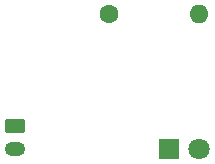
<source format=gbr>
%TF.GenerationSoftware,KiCad,Pcbnew,8.0.8*%
%TF.CreationDate,2025-02-18T20:07:35-06:00*%
%TF.ProjectId,Lab5,4c616235-2e6b-4696-9361-645f70636258,rev?*%
%TF.SameCoordinates,Original*%
%TF.FileFunction,Soldermask,Bot*%
%TF.FilePolarity,Negative*%
%FSLAX46Y46*%
G04 Gerber Fmt 4.6, Leading zero omitted, Abs format (unit mm)*
G04 Created by KiCad (PCBNEW 8.0.8) date 2025-02-18 20:07:35*
%MOMM*%
%LPD*%
G01*
G04 APERTURE LIST*
G04 Aperture macros list*
%AMRoundRect*
0 Rectangle with rounded corners*
0 $1 Rounding radius*
0 $2 $3 $4 $5 $6 $7 $8 $9 X,Y pos of 4 corners*
0 Add a 4 corners polygon primitive as box body*
4,1,4,$2,$3,$4,$5,$6,$7,$8,$9,$2,$3,0*
0 Add four circle primitives for the rounded corners*
1,1,$1+$1,$2,$3*
1,1,$1+$1,$4,$5*
1,1,$1+$1,$6,$7*
1,1,$1+$1,$8,$9*
0 Add four rect primitives between the rounded corners*
20,1,$1+$1,$2,$3,$4,$5,0*
20,1,$1+$1,$4,$5,$6,$7,0*
20,1,$1+$1,$6,$7,$8,$9,0*
20,1,$1+$1,$8,$9,$2,$3,0*%
G04 Aperture macros list end*
%ADD10C,1.600000*%
%ADD11O,1.600000X1.600000*%
%ADD12RoundRect,0.250000X-0.625000X0.350000X-0.625000X-0.350000X0.625000X-0.350000X0.625000X0.350000X0*%
%ADD13O,1.750000X1.200000*%
%ADD14R,1.800000X1.800000*%
%ADD15C,1.800000*%
G04 APERTURE END LIST*
D10*
%TO.C,R1*%
X33380000Y-18000000D03*
D11*
X41000000Y-18000000D03*
%TD*%
D12*
%TO.C,J1*%
X25450000Y-27500000D03*
D13*
X25450000Y-29500000D03*
%TD*%
D14*
%TO.C,D1*%
X38460000Y-29500000D03*
D15*
X41000000Y-29500000D03*
%TD*%
M02*

</source>
